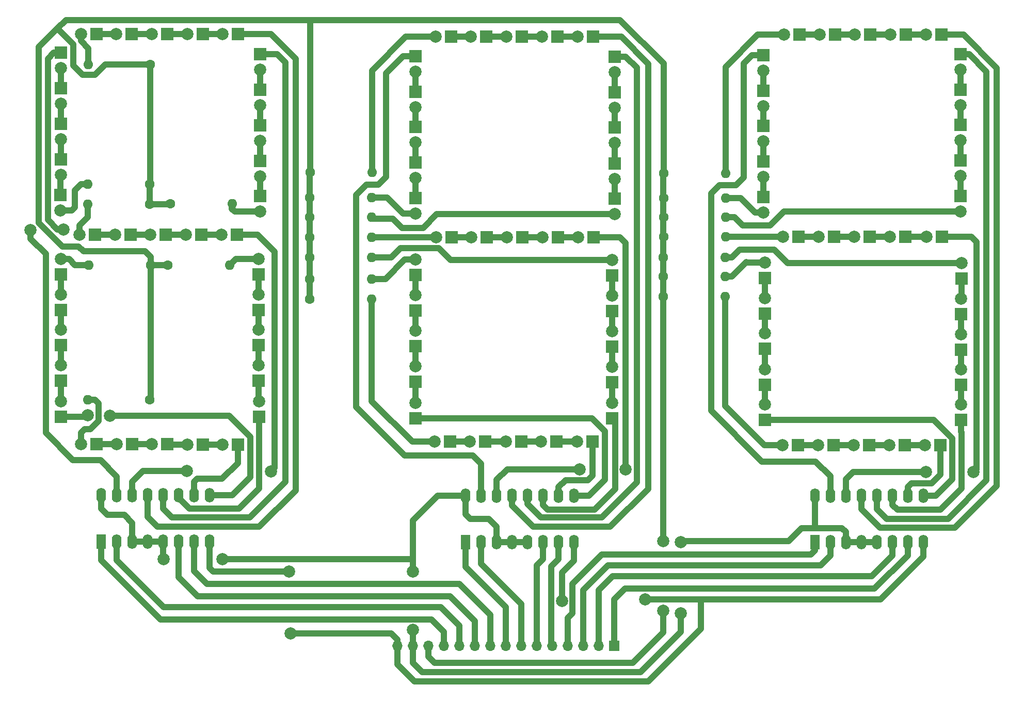
<source format=gbr>
%TF.GenerationSoftware,KiCad,Pcbnew,(5.1.6)-1*%
%TF.CreationDate,2021-04-12T17:18:31+02:00*%
%TF.ProjectId,_7SEG_Display_Board,5f375345-475f-4446-9973-706c61795f42,rev?*%
%TF.SameCoordinates,Original*%
%TF.FileFunction,Copper,L2,Bot*%
%TF.FilePolarity,Positive*%
%FSLAX46Y46*%
G04 Gerber Fmt 4.6, Leading zero omitted, Abs format (unit mm)*
G04 Created by KiCad (PCBNEW (5.1.6)-1) date 2021-04-12 17:18:31*
%MOMM*%
%LPD*%
G01*
G04 APERTURE LIST*
%TA.AperFunction,ComponentPad*%
%ADD10C,1.600000*%
%TD*%
%TA.AperFunction,ComponentPad*%
%ADD11O,1.600000X1.600000*%
%TD*%
%TA.AperFunction,ComponentPad*%
%ADD12C,2.000000*%
%TD*%
%TA.AperFunction,ComponentPad*%
%ADD13R,2.000000X2.000000*%
%TD*%
%TA.AperFunction,ComponentPad*%
%ADD14R,1.600000X2.400000*%
%TD*%
%TA.AperFunction,ComponentPad*%
%ADD15O,1.600000X2.400000*%
%TD*%
%TA.AperFunction,ComponentPad*%
%ADD16R,1.700000X1.700000*%
%TD*%
%TA.AperFunction,ComponentPad*%
%ADD17O,1.700000X1.700000*%
%TD*%
%TA.AperFunction,ViaPad*%
%ADD18C,2.000000*%
%TD*%
%TA.AperFunction,Conductor*%
%ADD19C,1.000000*%
%TD*%
G04 APERTURE END LIST*
D10*
%TO.P,R17,1*%
%TO.N,VDD*%
X85877400Y-75107800D03*
D11*
%TO.P,R17,2*%
%TO.N,Net-(D84-Pad2)*%
X75717400Y-75107800D03*
%TD*%
%TO.P,R18,2*%
%TO.N,Net-(D92-Pad2)*%
X75653900Y-107238800D03*
D10*
%TO.P,R18,1*%
%TO.N,VDD*%
X85813900Y-107238800D03*
%TD*%
%TO.P,R16,1*%
%TO.N,VDD*%
X85877400Y-71805800D03*
D11*
%TO.P,R16,2*%
%TO.N,Net-(D80-Pad2)*%
X75717400Y-71805800D03*
%TD*%
%TO.P,R20,2*%
%TO.N,Net-(D100-Pad2)*%
X98958400Y-85140800D03*
D10*
%TO.P,R20,1*%
%TO.N,VDD*%
X88798400Y-85140800D03*
%TD*%
%TO.P,R21,1*%
%TO.N,VDD*%
X89242900Y-75044300D03*
D11*
%TO.P,R21,2*%
%TO.N,Net-(D101-Pad2)*%
X99402900Y-75044300D03*
%TD*%
D10*
%TO.P,R15,1*%
%TO.N,VDD*%
X86004400Y-85077300D03*
D11*
%TO.P,R15,2*%
%TO.N,Net-(D71-Pad2)*%
X75844400Y-85077300D03*
%TD*%
%TO.P,R19,2*%
%TO.N,Net-(D94-Pad2)*%
X75780900Y-52184300D03*
D10*
%TO.P,R19,1*%
%TO.N,VDD*%
X85940900Y-52184300D03*
%TD*%
D12*
%TO.P,D1,2*%
%TO.N,Net-(D1-Pad2)*%
X186750400Y-107934800D03*
D13*
%TO.P,D1,1*%
%TO.N,/e_1*%
X186750400Y-110474800D03*
%TD*%
D12*
%TO.P,D2,2*%
%TO.N,Net-(D2-Pad2)*%
X218950400Y-107984800D03*
D13*
%TO.P,D2,1*%
%TO.N,/c_1*%
X218950400Y-110524800D03*
%TD*%
%TO.P,D3,1*%
%TO.N,/d_1*%
X215556400Y-114680800D03*
D12*
%TO.P,D3,2*%
%TO.N,Net-(D10-Pad1)*%
X213016400Y-114680800D03*
%TD*%
D13*
%TO.P,D4,1*%
%TO.N,/f_1*%
X186514400Y-50692800D03*
D12*
%TO.P,D4,2*%
%TO.N,Net-(D11-Pad1)*%
X186514400Y-53232800D03*
%TD*%
%TO.P,D5,2*%
%TO.N,Net-(D12-Pad1)*%
X218850400Y-53034800D03*
D13*
%TO.P,D5,1*%
%TO.N,/b_1*%
X218850400Y-50494800D03*
%TD*%
D12*
%TO.P,D6,2*%
%TO.N,Net-(D13-Pad1)*%
X213260400Y-80468800D03*
D13*
%TO.P,D6,1*%
%TO.N,/g_1*%
X215800400Y-80468800D03*
%TD*%
D12*
%TO.P,D7,2*%
%TO.N,Net-(D14-Pad1)*%
X213164400Y-47292800D03*
D13*
%TO.P,D7,1*%
%TO.N,/a_1*%
X215704400Y-47292800D03*
%TD*%
%TO.P,D8,1*%
%TO.N,Net-(D1-Pad2)*%
X186750400Y-104726800D03*
D12*
%TO.P,D8,2*%
%TO.N,Net-(D15-Pad1)*%
X186750400Y-102186800D03*
%TD*%
D13*
%TO.P,D9,1*%
%TO.N,Net-(D2-Pad2)*%
X218960400Y-104766800D03*
D12*
%TO.P,D9,2*%
%TO.N,Net-(D16-Pad1)*%
X218960400Y-102226800D03*
%TD*%
D13*
%TO.P,D10,1*%
%TO.N,Net-(D10-Pad1)*%
X209716400Y-114680800D03*
D12*
%TO.P,D10,2*%
%TO.N,Net-(D10-Pad2)*%
X207176400Y-114680800D03*
%TD*%
D13*
%TO.P,D11,1*%
%TO.N,Net-(D11-Pad1)*%
X186534400Y-56502800D03*
D12*
%TO.P,D11,2*%
%TO.N,Net-(D11-Pad2)*%
X186534400Y-59042800D03*
%TD*%
%TO.P,D12,2*%
%TO.N,Net-(D12-Pad2)*%
X218850400Y-58854800D03*
D13*
%TO.P,D12,1*%
%TO.N,Net-(D12-Pad1)*%
X218850400Y-56314800D03*
%TD*%
%TO.P,D13,1*%
%TO.N,Net-(D13-Pad1)*%
X209806400Y-80456800D03*
D12*
%TO.P,D13,2*%
%TO.N,Net-(D13-Pad2)*%
X207266400Y-80456800D03*
%TD*%
%TO.P,D14,2*%
%TO.N,Net-(D14-Pad2)*%
X207344400Y-47282800D03*
D13*
%TO.P,D14,1*%
%TO.N,Net-(D14-Pad1)*%
X209884400Y-47282800D03*
%TD*%
D12*
%TO.P,D15,2*%
%TO.N,Net-(D15-Pad2)*%
X186760400Y-96326800D03*
D13*
%TO.P,D15,1*%
%TO.N,Net-(D15-Pad1)*%
X186760400Y-98866800D03*
%TD*%
D12*
%TO.P,D16,2*%
%TO.N,Net-(D16-Pad2)*%
X218950400Y-96426800D03*
D13*
%TO.P,D16,1*%
%TO.N,Net-(D16-Pad1)*%
X218950400Y-98966800D03*
%TD*%
%TO.P,D17,1*%
%TO.N,Net-(D10-Pad2)*%
X203886400Y-114680800D03*
D12*
%TO.P,D17,2*%
%TO.N,Net-(D17-Pad2)*%
X201346400Y-114680800D03*
%TD*%
D13*
%TO.P,D18,1*%
%TO.N,Net-(D11-Pad2)*%
X186534400Y-62292800D03*
D12*
%TO.P,D18,2*%
%TO.N,Net-(D18-Pad2)*%
X186534400Y-64832800D03*
%TD*%
D13*
%TO.P,D19,1*%
%TO.N,Net-(D12-Pad2)*%
X218850400Y-62114800D03*
D12*
%TO.P,D19,2*%
%TO.N,Net-(D19-Pad2)*%
X218850400Y-64654800D03*
%TD*%
D13*
%TO.P,D20,1*%
%TO.N,Net-(D13-Pad2)*%
X203956400Y-80456800D03*
D12*
%TO.P,D20,2*%
%TO.N,Net-(D20-Pad2)*%
X201416400Y-80456800D03*
%TD*%
%TO.P,D21,2*%
%TO.N,Net-(D21-Pad2)*%
X201504400Y-47292800D03*
D13*
%TO.P,D21,1*%
%TO.N,Net-(D14-Pad2)*%
X204044400Y-47292800D03*
%TD*%
%TO.P,D22,1*%
%TO.N,Net-(D15-Pad2)*%
X186760400Y-93066800D03*
D12*
%TO.P,D22,2*%
%TO.N,Net-(D22-Pad2)*%
X186760400Y-90526800D03*
%TD*%
D13*
%TO.P,D23,1*%
%TO.N,Net-(D16-Pad2)*%
X218940400Y-93166800D03*
D12*
%TO.P,D23,2*%
%TO.N,Net-(D23-Pad2)*%
X218940400Y-90626800D03*
%TD*%
%TO.P,D24,2*%
%TO.N,Net-(D24-Pad2)*%
X195486400Y-114680800D03*
D13*
%TO.P,D24,1*%
%TO.N,Net-(D17-Pad2)*%
X198026400Y-114680800D03*
%TD*%
D12*
%TO.P,D25,2*%
%TO.N,Net-(D25-Pad2)*%
X186534400Y-70642800D03*
D13*
%TO.P,D25,1*%
%TO.N,Net-(D18-Pad2)*%
X186534400Y-68102800D03*
%TD*%
%TO.P,D26,1*%
%TO.N,Net-(D19-Pad2)*%
X218850400Y-67924800D03*
D12*
%TO.P,D26,2*%
%TO.N,Net-(D26-Pad2)*%
X218850400Y-70464800D03*
%TD*%
%TO.P,D27,2*%
%TO.N,Net-(D27-Pad2)*%
X195576400Y-80446800D03*
D13*
%TO.P,D27,1*%
%TO.N,Net-(D20-Pad2)*%
X198116400Y-80446800D03*
%TD*%
%TO.P,D28,1*%
%TO.N,Net-(D21-Pad2)*%
X198264400Y-47292800D03*
D12*
%TO.P,D28,2*%
%TO.N,Net-(D28-Pad2)*%
X195724400Y-47292800D03*
%TD*%
%TO.P,D29,2*%
%TO.N,Net-(D29-Pad2)*%
X186760400Y-84676800D03*
D13*
%TO.P,D29,1*%
%TO.N,Net-(D22-Pad2)*%
X186760400Y-87216800D03*
%TD*%
%TO.P,D30,1*%
%TO.N,Net-(D23-Pad2)*%
X218980400Y-87316800D03*
D12*
%TO.P,D30,2*%
%TO.N,Net-(D30-Pad2)*%
X218980400Y-84776800D03*
%TD*%
%TO.P,D31,2*%
%TO.N,Net-(D31-Pad2)*%
X189626400Y-114690800D03*
D13*
%TO.P,D31,1*%
%TO.N,Net-(D24-Pad2)*%
X192166400Y-114690800D03*
%TD*%
D12*
%TO.P,D32,2*%
%TO.N,Net-(D32-Pad2)*%
X186524400Y-76462800D03*
D13*
%TO.P,D32,1*%
%TO.N,Net-(D25-Pad2)*%
X186524400Y-73922800D03*
%TD*%
%TO.P,D33,1*%
%TO.N,Net-(D26-Pad2)*%
X218850400Y-73764800D03*
D12*
%TO.P,D33,2*%
%TO.N,Net-(D33-Pad2)*%
X218850400Y-76304800D03*
%TD*%
%TO.P,D34,2*%
%TO.N,Net-(D34-Pad2)*%
X189726400Y-80436800D03*
D13*
%TO.P,D34,1*%
%TO.N,Net-(D27-Pad2)*%
X192266400Y-80436800D03*
%TD*%
%TO.P,D35,1*%
%TO.N,Net-(D28-Pad2)*%
X192414400Y-47292800D03*
D12*
%TO.P,D35,2*%
%TO.N,Net-(D35-Pad2)*%
X189874400Y-47292800D03*
%TD*%
D10*
%TO.P,R1,1*%
%TO.N,VDD*%
X170070400Y-86984800D03*
D11*
%TO.P,R1,2*%
%TO.N,Net-(D29-Pad2)*%
X180230400Y-86984800D03*
%TD*%
%TO.P,R2,2*%
%TO.N,Net-(D30-Pad2)*%
X180244400Y-83802800D03*
D10*
%TO.P,R2,1*%
%TO.N,VDD*%
X170084400Y-83802800D03*
%TD*%
D11*
%TO.P,R3,2*%
%TO.N,Net-(D31-Pad2)*%
X180240400Y-90244800D03*
D10*
%TO.P,R3,1*%
%TO.N,VDD*%
X170080400Y-90244800D03*
%TD*%
%TO.P,R4,1*%
%TO.N,VDD*%
X170140400Y-74084800D03*
D11*
%TO.P,R4,2*%
%TO.N,Net-(D32-Pad2)*%
X180300400Y-74084800D03*
%TD*%
%TO.P,R5,2*%
%TO.N,Net-(D33-Pad2)*%
X180284400Y-77232800D03*
D10*
%TO.P,R5,1*%
%TO.N,VDD*%
X170124400Y-77232800D03*
%TD*%
%TO.P,R6,1*%
%TO.N,VDD*%
X170124400Y-80432800D03*
D11*
%TO.P,R6,2*%
%TO.N,Net-(D34-Pad2)*%
X180284400Y-80432800D03*
%TD*%
D10*
%TO.P,R7,1*%
%TO.N,VDD*%
X170140400Y-70074800D03*
D11*
%TO.P,R7,2*%
%TO.N,Net-(D35-Pad2)*%
X180300400Y-70074800D03*
%TD*%
D14*
%TO.P,U3,1*%
%TO.N,/B_D1*%
X194950400Y-130574800D03*
D15*
%TO.P,U3,9*%
%TO.N,/e_1*%
X212730400Y-122954800D03*
%TO.P,U3,2*%
%TO.N,/C_D1*%
X197490400Y-130574800D03*
%TO.P,U3,10*%
%TO.N,/d_1*%
X210190400Y-122954800D03*
%TO.P,U3,3*%
%TO.N,VCC*%
X200030400Y-130574800D03*
%TO.P,U3,11*%
%TO.N,/c_1*%
X207650400Y-122954800D03*
%TO.P,U3,4*%
%TO.N,VCC*%
X202570400Y-130574800D03*
%TO.P,U3,12*%
%TO.N,/b_1*%
X205110400Y-122954800D03*
%TO.P,U3,5*%
%TO.N,VCC*%
X205110400Y-130574800D03*
%TO.P,U3,13*%
%TO.N,/a_1*%
X202570400Y-122954800D03*
%TO.P,U3,6*%
%TO.N,/D_D1*%
X207650400Y-130574800D03*
%TO.P,U3,14*%
%TO.N,/g_1*%
X200030400Y-122954800D03*
%TO.P,U3,7*%
%TO.N,/A_D1*%
X210190400Y-130574800D03*
%TO.P,U3,15*%
%TO.N,/f_1*%
X197490400Y-122954800D03*
%TO.P,U3,8*%
%TO.N,GND*%
X212730400Y-130574800D03*
%TO.P,U3,16*%
%TO.N,VCC*%
X194950400Y-122954800D03*
%TD*%
D12*
%TO.P,D36,2*%
%TO.N,Net-(D36-Pad2)*%
X129428400Y-84184800D03*
D13*
%TO.P,D36,1*%
%TO.N,Net-(D36-Pad1)*%
X129428400Y-86724800D03*
%TD*%
%TO.P,D37,1*%
%TO.N,Net-(D37-Pad1)*%
X129428400Y-92544800D03*
D12*
%TO.P,D37,2*%
%TO.N,Net-(D36-Pad1)*%
X129428400Y-90004800D03*
%TD*%
D13*
%TO.P,D38,1*%
%TO.N,Net-(D38-Pad1)*%
X129418400Y-98414800D03*
D12*
%TO.P,D38,2*%
%TO.N,Net-(D37-Pad1)*%
X129418400Y-95874800D03*
%TD*%
%TO.P,D39,2*%
%TO.N,Net-(D38-Pad1)*%
X129398400Y-101694800D03*
D13*
%TO.P,D39,1*%
%TO.N,Net-(D39-Pad1)*%
X129398400Y-104234800D03*
%TD*%
%TO.P,D40,1*%
%TO.N,/e_2*%
X129398400Y-110216800D03*
D12*
%TO.P,D40,2*%
%TO.N,Net-(D39-Pad1)*%
X129398400Y-107676800D03*
%TD*%
D13*
%TO.P,D41,1*%
%TO.N,/f_2*%
X129444400Y-50784800D03*
D12*
%TO.P,D41,2*%
%TO.N,Net-(D41-Pad2)*%
X129444400Y-53324800D03*
%TD*%
%TO.P,D42,2*%
%TO.N,Net-(D42-Pad2)*%
X129444400Y-59164800D03*
D13*
%TO.P,D42,1*%
%TO.N,Net-(D41-Pad2)*%
X129444400Y-56624800D03*
%TD*%
D12*
%TO.P,D43,2*%
%TO.N,Net-(D43-Pad2)*%
X129444400Y-64994800D03*
D13*
%TO.P,D43,1*%
%TO.N,Net-(D42-Pad2)*%
X129444400Y-62454800D03*
%TD*%
%TO.P,D44,1*%
%TO.N,Net-(D43-Pad2)*%
X129444400Y-68294800D03*
D12*
%TO.P,D44,2*%
%TO.N,Net-(D44-Pad2)*%
X129444400Y-70834800D03*
%TD*%
D13*
%TO.P,D45,1*%
%TO.N,Net-(D44-Pad2)*%
X129454400Y-74094800D03*
D12*
%TO.P,D45,2*%
%TO.N,Net-(D45-Pad2)*%
X129454400Y-76634800D03*
%TD*%
%TO.P,D46,2*%
%TO.N,Net-(D46-Pad2)*%
X155902400Y-114054800D03*
D13*
%TO.P,D46,1*%
%TO.N,/d_2*%
X158442400Y-114054800D03*
%TD*%
D12*
%TO.P,D47,2*%
%TO.N,Net-(D47-Pad2)*%
X156014400Y-47612800D03*
D13*
%TO.P,D47,1*%
%TO.N,/a_2*%
X158554400Y-47612800D03*
%TD*%
D12*
%TO.P,D48,2*%
%TO.N,Net-(D48-Pad2)*%
X150002400Y-114064800D03*
D13*
%TO.P,D48,1*%
%TO.N,Net-(D46-Pad2)*%
X152542400Y-114064800D03*
%TD*%
%TO.P,D49,1*%
%TO.N,Net-(D49-Pad1)*%
X135388400Y-80498800D03*
D12*
%TO.P,D49,2*%
%TO.N,Net-(D49-Pad2)*%
X132848400Y-80498800D03*
%TD*%
%TO.P,D50,2*%
%TO.N,Net-(D50-Pad2)*%
X150194400Y-47612800D03*
D13*
%TO.P,D50,1*%
%TO.N,Net-(D47-Pad2)*%
X152734400Y-47612800D03*
%TD*%
%TO.P,D51,1*%
%TO.N,Net-(D51-Pad1)*%
X141138400Y-80498800D03*
D12*
%TO.P,D51,2*%
%TO.N,Net-(D49-Pad1)*%
X138598400Y-80498800D03*
%TD*%
%TO.P,D52,2*%
%TO.N,Net-(D52-Pad2)*%
X144222400Y-114064800D03*
D13*
%TO.P,D52,1*%
%TO.N,Net-(D48-Pad2)*%
X146762400Y-114064800D03*
%TD*%
%TO.P,D53,1*%
%TO.N,Net-(D50-Pad2)*%
X146904400Y-47622800D03*
D12*
%TO.P,D53,2*%
%TO.N,Net-(D53-Pad2)*%
X144364400Y-47622800D03*
%TD*%
%TO.P,D54,2*%
%TO.N,Net-(D51-Pad1)*%
X144458400Y-80498800D03*
D13*
%TO.P,D54,1*%
%TO.N,Net-(D54-Pad1)*%
X146998400Y-80498800D03*
%TD*%
%TO.P,D55,1*%
%TO.N,Net-(D52-Pad2)*%
X140902400Y-114064800D03*
D12*
%TO.P,D55,2*%
%TO.N,Net-(D55-Pad2)*%
X138362400Y-114064800D03*
%TD*%
D13*
%TO.P,D56,1*%
%TO.N,Net-(D53-Pad2)*%
X141074400Y-47622800D03*
D12*
%TO.P,D56,2*%
%TO.N,Net-(D56-Pad2)*%
X138534400Y-47622800D03*
%TD*%
D13*
%TO.P,D57,1*%
%TO.N,Net-(D55-Pad2)*%
X135092400Y-114064800D03*
D12*
%TO.P,D57,2*%
%TO.N,Net-(D57-Pad2)*%
X132552400Y-114064800D03*
%TD*%
%TO.P,D58,2*%
%TO.N,Net-(D54-Pad1)*%
X150298400Y-80518800D03*
D13*
%TO.P,D58,1*%
%TO.N,Net-(D58-Pad1)*%
X152838400Y-80518800D03*
%TD*%
%TO.P,D59,1*%
%TO.N,Net-(D56-Pad2)*%
X135264400Y-47622800D03*
D12*
%TO.P,D59,2*%
%TO.N,Net-(D59-Pad2)*%
X132724400Y-47622800D03*
%TD*%
%TO.P,D60,2*%
%TO.N,Net-(D58-Pad1)*%
X156088400Y-80528800D03*
D13*
%TO.P,D60,1*%
%TO.N,/g_2*%
X158628400Y-80528800D03*
%TD*%
%TO.P,D61,1*%
%TO.N,/c_2*%
X161726400Y-110216800D03*
D12*
%TO.P,D61,2*%
%TO.N,Net-(D61-Pad2)*%
X161726400Y-107676800D03*
%TD*%
D13*
%TO.P,D62,1*%
%TO.N,Net-(D61-Pad2)*%
X161726400Y-104346800D03*
D12*
%TO.P,D62,2*%
%TO.N,Net-(D62-Pad2)*%
X161726400Y-101806800D03*
%TD*%
D13*
%TO.P,D63,1*%
%TO.N,Net-(D62-Pad2)*%
X161726400Y-98486800D03*
D12*
%TO.P,D63,2*%
%TO.N,Net-(D63-Pad2)*%
X161726400Y-95946800D03*
%TD*%
%TO.P,D64,2*%
%TO.N,Net-(D64-Pad2)*%
X161726400Y-90096800D03*
D13*
%TO.P,D64,1*%
%TO.N,Net-(D63-Pad2)*%
X161726400Y-92636800D03*
%TD*%
D12*
%TO.P,D65,2*%
%TO.N,Net-(D65-Pad2)*%
X161716400Y-84276800D03*
D13*
%TO.P,D65,1*%
%TO.N,Net-(D64-Pad2)*%
X161716400Y-86816800D03*
%TD*%
D12*
%TO.P,D66,2*%
%TO.N,Net-(D66-Pad2)*%
X162154400Y-76734800D03*
D13*
%TO.P,D66,1*%
%TO.N,Net-(D66-Pad1)*%
X162154400Y-74194800D03*
%TD*%
D12*
%TO.P,D67,2*%
%TO.N,Net-(D66-Pad1)*%
X162154400Y-70954800D03*
D13*
%TO.P,D67,1*%
%TO.N,Net-(D67-Pad1)*%
X162154400Y-68414800D03*
%TD*%
D12*
%TO.P,D68,2*%
%TO.N,Net-(D67-Pad1)*%
X162154400Y-65074800D03*
D13*
%TO.P,D68,1*%
%TO.N,Net-(D68-Pad1)*%
X162154400Y-62534800D03*
%TD*%
%TO.P,D69,1*%
%TO.N,Net-(D69-Pad1)*%
X162154400Y-56744800D03*
D12*
%TO.P,D69,2*%
%TO.N,Net-(D68-Pad1)*%
X162154400Y-59284800D03*
%TD*%
D13*
%TO.P,D70,1*%
%TO.N,/b_2*%
X162144400Y-50864800D03*
D12*
%TO.P,D70,2*%
%TO.N,Net-(D69-Pad1)*%
X162144400Y-53404800D03*
%TD*%
D10*
%TO.P,R8,1*%
%TO.N,VDD*%
X112096400Y-87384800D03*
D11*
%TO.P,R8,2*%
%TO.N,Net-(D36-Pad2)*%
X122256400Y-87384800D03*
%TD*%
D10*
%TO.P,R9,1*%
%TO.N,VDD*%
X112104400Y-74014800D03*
D11*
%TO.P,R9,2*%
%TO.N,Net-(D45-Pad2)*%
X122264400Y-74014800D03*
%TD*%
D10*
%TO.P,R10,1*%
%TO.N,VDD*%
X112096400Y-80526800D03*
D11*
%TO.P,R10,2*%
%TO.N,Net-(D49-Pad2)*%
X122256400Y-80526800D03*
%TD*%
%TO.P,R11,2*%
%TO.N,Net-(D57-Pad2)*%
X122256400Y-90686800D03*
D10*
%TO.P,R11,1*%
%TO.N,VDD*%
X112096400Y-90686800D03*
%TD*%
%TO.P,R12,1*%
%TO.N,VDD*%
X112128400Y-69830800D03*
D11*
%TO.P,R12,2*%
%TO.N,Net-(D59-Pad2)*%
X122288400Y-69830800D03*
%TD*%
%TO.P,R13,2*%
%TO.N,Net-(D65-Pad2)*%
X122256400Y-83828800D03*
D10*
%TO.P,R13,1*%
%TO.N,VDD*%
X112096400Y-83828800D03*
%TD*%
D11*
%TO.P,R14,2*%
%TO.N,Net-(D66-Pad2)*%
X122256400Y-77224800D03*
D10*
%TO.P,R14,1*%
%TO.N,VDD*%
X112096400Y-77224800D03*
%TD*%
D14*
%TO.P,U1,1*%
%TO.N,/B_D2*%
X137654400Y-130570800D03*
D15*
%TO.P,U1,9*%
%TO.N,/e_2*%
X155434400Y-122950800D03*
%TO.P,U1,2*%
%TO.N,/C_D2*%
X140194400Y-130570800D03*
%TO.P,U1,10*%
%TO.N,/d_2*%
X152894400Y-122950800D03*
%TO.P,U1,3*%
%TO.N,VCC*%
X142734400Y-130570800D03*
%TO.P,U1,11*%
%TO.N,/c_2*%
X150354400Y-122950800D03*
%TO.P,U1,4*%
%TO.N,VCC*%
X145274400Y-130570800D03*
%TO.P,U1,12*%
%TO.N,/b_2*%
X147814400Y-122950800D03*
%TO.P,U1,5*%
%TO.N,VCC*%
X147814400Y-130570800D03*
%TO.P,U1,13*%
%TO.N,/a_2*%
X145274400Y-122950800D03*
%TO.P,U1,6*%
%TO.N,/D_D2*%
X150354400Y-130570800D03*
%TO.P,U1,14*%
%TO.N,/g_2*%
X142734400Y-122950800D03*
%TO.P,U1,7*%
%TO.N,/A_D2*%
X152894400Y-130570800D03*
%TO.P,U1,15*%
%TO.N,/f_2*%
X140194400Y-122950800D03*
%TO.P,U1,8*%
%TO.N,GND*%
X155434400Y-130570800D03*
%TO.P,U1,16*%
%TO.N,VCC*%
X137654400Y-122950800D03*
%TD*%
D12*
%TO.P,D71,2*%
%TO.N,Net-(D71-Pad2)*%
X71264400Y-84094800D03*
D13*
%TO.P,D71,1*%
%TO.N,Net-(D71-Pad1)*%
X71264400Y-86634800D03*
%TD*%
%TO.P,D72,1*%
%TO.N,Net-(D72-Pad1)*%
X71264400Y-92464800D03*
D12*
%TO.P,D72,2*%
%TO.N,Net-(D71-Pad1)*%
X71264400Y-89924800D03*
%TD*%
D13*
%TO.P,D73,1*%
%TO.N,Net-(D73-Pad1)*%
X71274400Y-98254800D03*
D12*
%TO.P,D73,2*%
%TO.N,Net-(D72-Pad1)*%
X71274400Y-95714800D03*
%TD*%
%TO.P,D74,2*%
%TO.N,Net-(D73-Pad1)*%
X71274400Y-101504800D03*
D13*
%TO.P,D74,1*%
%TO.N,Net-(D74-Pad1)*%
X71274400Y-104044800D03*
%TD*%
%TO.P,D75,1*%
%TO.N,/e_3*%
X71264400Y-109962800D03*
D12*
%TO.P,D75,2*%
%TO.N,Net-(D74-Pad1)*%
X71264400Y-107422800D03*
%TD*%
%TO.P,D76,2*%
%TO.N,Net-(D76-Pad2)*%
X71254400Y-52804800D03*
D13*
%TO.P,D76,1*%
%TO.N,/f_3*%
X71254400Y-50264800D03*
%TD*%
D12*
%TO.P,D77,2*%
%TO.N,Net-(D77-Pad2)*%
X71244400Y-58634800D03*
D13*
%TO.P,D77,1*%
%TO.N,Net-(D76-Pad2)*%
X71244400Y-56094800D03*
%TD*%
D12*
%TO.P,D78,2*%
%TO.N,Net-(D78-Pad2)*%
X71234400Y-64464800D03*
D13*
%TO.P,D78,1*%
%TO.N,Net-(D77-Pad2)*%
X71234400Y-61924800D03*
%TD*%
%TO.P,D79,1*%
%TO.N,Net-(D78-Pad2)*%
X71234400Y-67734800D03*
D12*
%TO.P,D79,2*%
%TO.N,Net-(D79-Pad2)*%
X71234400Y-70274800D03*
%TD*%
D13*
%TO.P,D80,1*%
%TO.N,Net-(D79-Pad2)*%
X71224400Y-73594800D03*
D12*
%TO.P,D80,2*%
%TO.N,Net-(D80-Pad2)*%
X71224400Y-76134800D03*
%TD*%
%TO.P,D81,2*%
%TO.N,Net-(D81-Pad2)*%
X97794400Y-114538800D03*
D13*
%TO.P,D81,1*%
%TO.N,/d_3*%
X100334400Y-114538800D03*
%TD*%
D12*
%TO.P,D82,2*%
%TO.N,Net-(D82-Pad2)*%
X97794400Y-47204800D03*
D13*
%TO.P,D82,1*%
%TO.N,/a_3*%
X100334400Y-47204800D03*
%TD*%
D12*
%TO.P,D83,2*%
%TO.N,Net-(D83-Pad2)*%
X92004400Y-114548800D03*
D13*
%TO.P,D83,1*%
%TO.N,Net-(D81-Pad2)*%
X94544400Y-114548800D03*
%TD*%
%TO.P,D84,1*%
%TO.N,Net-(D84-Pad1)*%
X76874400Y-80104800D03*
D12*
%TO.P,D84,2*%
%TO.N,Net-(D84-Pad2)*%
X74334400Y-80104800D03*
%TD*%
%TO.P,D85,2*%
%TO.N,Net-(D85-Pad2)*%
X91984400Y-47194800D03*
D13*
%TO.P,D85,1*%
%TO.N,Net-(D82-Pad2)*%
X94524400Y-47194800D03*
%TD*%
%TO.P,D86,1*%
%TO.N,Net-(D86-Pad1)*%
X82684400Y-80104800D03*
D12*
%TO.P,D86,2*%
%TO.N,Net-(D84-Pad1)*%
X80144400Y-80104800D03*
%TD*%
%TO.P,D87,2*%
%TO.N,Net-(D87-Pad2)*%
X86214400Y-114528800D03*
D13*
%TO.P,D87,1*%
%TO.N,Net-(D83-Pad2)*%
X88754400Y-114528800D03*
%TD*%
%TO.P,D88,1*%
%TO.N,Net-(D85-Pad2)*%
X88674400Y-47184800D03*
D12*
%TO.P,D88,2*%
%TO.N,Net-(D88-Pad2)*%
X86134400Y-47184800D03*
%TD*%
%TO.P,D89,2*%
%TO.N,Net-(D86-Pad1)*%
X85944400Y-80104800D03*
D13*
%TO.P,D89,1*%
%TO.N,Net-(D89-Pad1)*%
X88484400Y-80104800D03*
%TD*%
%TO.P,D90,1*%
%TO.N,Net-(D87-Pad2)*%
X82934400Y-114518800D03*
D12*
%TO.P,D90,2*%
%TO.N,Net-(D90-Pad2)*%
X80394400Y-114518800D03*
%TD*%
D13*
%TO.P,D91,1*%
%TO.N,Net-(D88-Pad2)*%
X82874400Y-47184800D03*
D12*
%TO.P,D91,2*%
%TO.N,Net-(D91-Pad2)*%
X80334400Y-47184800D03*
%TD*%
D13*
%TO.P,D92,1*%
%TO.N,Net-(D90-Pad2)*%
X77124400Y-114508800D03*
D12*
%TO.P,D92,2*%
%TO.N,Net-(D92-Pad2)*%
X74584400Y-114508800D03*
%TD*%
%TO.P,D93,2*%
%TO.N,Net-(D89-Pad1)*%
X91794400Y-80104800D03*
D13*
%TO.P,D93,1*%
%TO.N,Net-(D93-Pad1)*%
X94334400Y-80104800D03*
%TD*%
%TO.P,D94,1*%
%TO.N,Net-(D91-Pad2)*%
X77074400Y-47184800D03*
D12*
%TO.P,D94,2*%
%TO.N,Net-(D94-Pad2)*%
X74534400Y-47184800D03*
%TD*%
%TO.P,D95,2*%
%TO.N,Net-(D93-Pad1)*%
X97584400Y-80094800D03*
D13*
%TO.P,D95,1*%
%TO.N,/g_3*%
X100124400Y-80094800D03*
%TD*%
%TO.P,D96,1*%
%TO.N,/c_3*%
X103746400Y-109962800D03*
D12*
%TO.P,D96,2*%
%TO.N,Net-(D96-Pad2)*%
X103746400Y-107422800D03*
%TD*%
D13*
%TO.P,D97,1*%
%TO.N,Net-(D96-Pad2)*%
X103714400Y-104084800D03*
D12*
%TO.P,D97,2*%
%TO.N,Net-(D97-Pad2)*%
X103714400Y-101544800D03*
%TD*%
D13*
%TO.P,D98,1*%
%TO.N,Net-(D97-Pad2)*%
X103724400Y-98264800D03*
D12*
%TO.P,D98,2*%
%TO.N,Net-(D98-Pad2)*%
X103724400Y-95724800D03*
%TD*%
%TO.P,D99,2*%
%TO.N,Net-(D100-Pad1)*%
X103724400Y-89924800D03*
D13*
%TO.P,D99,1*%
%TO.N,Net-(D98-Pad2)*%
X103724400Y-92464800D03*
%TD*%
D12*
%TO.P,D100,2*%
%TO.N,Net-(D100-Pad2)*%
X103724400Y-84134800D03*
D13*
%TO.P,D100,1*%
%TO.N,Net-(D100-Pad1)*%
X103724400Y-86674800D03*
%TD*%
D12*
%TO.P,D101,2*%
%TO.N,Net-(D101-Pad2)*%
X103958400Y-76322800D03*
D13*
%TO.P,D101,1*%
%TO.N,Net-(D101-Pad1)*%
X103958400Y-73782800D03*
%TD*%
D12*
%TO.P,D102,2*%
%TO.N,Net-(D101-Pad1)*%
X103958400Y-70552800D03*
D13*
%TO.P,D102,1*%
%TO.N,Net-(D102-Pad1)*%
X103958400Y-68012800D03*
%TD*%
%TO.P,D103,1*%
%TO.N,Net-(D103-Pad1)*%
X103958400Y-62142800D03*
D12*
%TO.P,D103,2*%
%TO.N,Net-(D102-Pad1)*%
X103958400Y-64682800D03*
%TD*%
D13*
%TO.P,D104,1*%
%TO.N,Net-(D104-Pad1)*%
X103948400Y-56292800D03*
D12*
%TO.P,D104,2*%
%TO.N,Net-(D103-Pad1)*%
X103948400Y-58832800D03*
%TD*%
D13*
%TO.P,D105,1*%
%TO.N,/b_3*%
X103958400Y-50492800D03*
D12*
%TO.P,D105,2*%
%TO.N,Net-(D104-Pad1)*%
X103958400Y-53032800D03*
%TD*%
D16*
%TO.P,J1,1*%
%TO.N,/A_D1*%
X162052000Y-147574000D03*
D17*
%TO.P,J1,2*%
%TO.N,/D_D1*%
X159512000Y-147574000D03*
%TO.P,J1,3*%
%TO.N,/C_D1*%
X156972000Y-147574000D03*
%TO.P,J1,4*%
%TO.N,/B_D1*%
X154432000Y-147574000D03*
%TO.P,J1,5*%
%TO.N,/A_D2*%
X151892000Y-147574000D03*
%TO.P,J1,6*%
%TO.N,/D_D2*%
X149352000Y-147574000D03*
%TO.P,J1,7*%
%TO.N,/C_D2*%
X146812000Y-147574000D03*
%TO.P,J1,8*%
%TO.N,/B_D2*%
X144272000Y-147574000D03*
%TO.P,J1,9*%
%TO.N,/A_D3*%
X141732000Y-147574000D03*
%TO.P,J1,10*%
%TO.N,/D_D3*%
X139192000Y-147574000D03*
%TO.P,J1,11*%
%TO.N,/C_D3*%
X136652000Y-147574000D03*
%TO.P,J1,12*%
%TO.N,/B_D3*%
X134112000Y-147574000D03*
%TO.P,J1,13*%
%TO.N,VDD*%
X131572000Y-147574000D03*
%TO.P,J1,14*%
%TO.N,VCC*%
X129032000Y-147574000D03*
%TO.P,J1,15*%
%TO.N,GND*%
X126492000Y-147574000D03*
%TD*%
D14*
%TO.P,U2,1*%
%TO.N,/B_D3*%
X77878400Y-130492800D03*
D15*
%TO.P,U2,9*%
%TO.N,/e_3*%
X95658400Y-122872800D03*
%TO.P,U2,2*%
%TO.N,/C_D3*%
X80418400Y-130492800D03*
%TO.P,U2,10*%
%TO.N,/d_3*%
X93118400Y-122872800D03*
%TO.P,U2,3*%
%TO.N,VCC*%
X82958400Y-130492800D03*
%TO.P,U2,11*%
%TO.N,/c_3*%
X90578400Y-122872800D03*
%TO.P,U2,4*%
%TO.N,VCC*%
X85498400Y-130492800D03*
%TO.P,U2,12*%
%TO.N,/b_3*%
X88038400Y-122872800D03*
%TO.P,U2,5*%
%TO.N,VCC*%
X88038400Y-130492800D03*
%TO.P,U2,13*%
%TO.N,/a_3*%
X85498400Y-122872800D03*
%TO.P,U2,6*%
%TO.N,/D_D3*%
X90578400Y-130492800D03*
%TO.P,U2,14*%
%TO.N,/g_3*%
X82958400Y-122872800D03*
%TO.P,U2,7*%
%TO.N,/A_D3*%
X93118400Y-130492800D03*
%TO.P,U2,15*%
%TO.N,/f_3*%
X80418400Y-122872800D03*
%TO.P,U2,8*%
%TO.N,GND*%
X95658400Y-130492800D03*
%TO.P,U2,16*%
%TO.N,VCC*%
X77878400Y-122872800D03*
%TD*%
D18*
%TO.N,/g_1*%
X213200400Y-119074800D03*
X221000400Y-119074800D03*
%TO.N,VCC*%
X172970400Y-130564800D03*
X129032000Y-144956000D03*
X97790000Y-133350000D03*
X88138002Y-133350000D03*
X129032000Y-135382000D03*
X172970400Y-142243600D03*
%TO.N,GND*%
X108966000Y-145542004D03*
X108711998Y-135382000D03*
X167132000Y-139954000D03*
X153493990Y-140208000D03*
%TO.N,/g_2*%
X163866410Y-118598800D03*
X156324400Y-118598806D03*
%TO.N,/e_3*%
X79350865Y-109829027D03*
X75692002Y-109778800D03*
%TO.N,/f_3*%
X71678800Y-79248000D03*
X66282829Y-79338429D03*
%TO.N,/g_3*%
X105730400Y-118994800D03*
X91940400Y-118914800D03*
%TO.N,VDD*%
X170060400Y-130434800D03*
X170060400Y-141851600D03*
%TD*%
D19*
%TO.N,Net-(D1-Pad2)*%
X186750400Y-108046800D02*
X186750400Y-104726800D01*
%TO.N,/e_1*%
X214410402Y-110474800D02*
X186750400Y-110474800D01*
X217500400Y-113564798D02*
X214410402Y-110474800D01*
X217500400Y-120218000D02*
X217500400Y-113564798D01*
X212730400Y-122954800D02*
X214763600Y-122954800D01*
X214763600Y-122954800D02*
X217500400Y-120218000D01*
%TO.N,Net-(D2-Pad2)*%
X218960400Y-104766800D02*
X218960400Y-108026800D01*
%TO.N,/c_1*%
X218950400Y-112427730D02*
X218950400Y-110524800D01*
X219050410Y-112527740D02*
X218950400Y-112427730D01*
X207650400Y-124440000D02*
X208483200Y-125272800D01*
X219050410Y-121766790D02*
X219050410Y-112527740D01*
X208483200Y-125272800D02*
X215544400Y-125272800D01*
X207650400Y-122954800D02*
X207650400Y-124440000D01*
X215544400Y-125272800D02*
X219050410Y-121766790D01*
%TO.N,/d_1*%
X210190400Y-121533600D02*
X210190400Y-122954800D01*
X210820000Y-120904000D02*
X210190400Y-121533600D01*
X215556400Y-116580800D02*
X215550400Y-116586800D01*
X215550400Y-116586800D02*
X215550400Y-119474800D01*
X215556400Y-114680800D02*
X215556400Y-116580800D01*
X215550400Y-119474800D02*
X214121200Y-120904000D01*
X214121200Y-120904000D02*
X210820000Y-120904000D01*
%TO.N,Net-(D10-Pad1)*%
X213016400Y-114680800D02*
X209716400Y-114680800D01*
%TO.N,/f_1*%
X184614400Y-50692800D02*
X186514400Y-50692800D01*
X183270400Y-70754800D02*
X183270400Y-52036800D01*
X179282000Y-71974800D02*
X182050400Y-71974800D01*
X177930400Y-73326400D02*
X179282000Y-71974800D01*
X197490400Y-119766400D02*
X195072000Y-117348000D01*
X182050400Y-71974800D02*
X183270400Y-70754800D01*
X197490400Y-122954800D02*
X197490400Y-119766400D01*
X183270400Y-52036800D02*
X184614400Y-50692800D01*
X195072000Y-117348000D02*
X186283600Y-117348000D01*
X186283600Y-117348000D02*
X177930400Y-108994800D01*
X177930400Y-108994800D02*
X177930400Y-73326400D01*
%TO.N,Net-(D11-Pad1)*%
X186514400Y-56482800D02*
X186534400Y-56502800D01*
X186514400Y-53232800D02*
X186514400Y-56482800D01*
%TO.N,Net-(D12-Pad1)*%
X218850400Y-53034800D02*
X218850400Y-56314800D01*
%TO.N,/b_1*%
X220268400Y-50494800D02*
X218850400Y-50494800D01*
X223113600Y-53340000D02*
X220268400Y-50494800D01*
X205110400Y-125154800D02*
X206701600Y-126746000D01*
X206701600Y-126746000D02*
X216814400Y-126746000D01*
X205110400Y-122954800D02*
X205110400Y-125154800D01*
X223113600Y-120446800D02*
X223113600Y-53340000D01*
X216814400Y-126746000D02*
X223113600Y-120446800D01*
%TO.N,Net-(D13-Pad1)*%
X209818400Y-80468800D02*
X209806400Y-80456800D01*
X213260400Y-80468800D02*
X209818400Y-80468800D01*
%TO.N,/g_1*%
X200030400Y-120754800D02*
X200050400Y-120734800D01*
X200030400Y-122954800D02*
X200030400Y-120754800D01*
X200050400Y-120734800D02*
X200050400Y-120274800D01*
X201250400Y-119074800D02*
X213200400Y-119074800D01*
X200050400Y-120274800D02*
X201250400Y-119074800D01*
X221437200Y-118638000D02*
X221000400Y-119074800D01*
X217700400Y-80468800D02*
X217744400Y-80424800D01*
X215800400Y-80468800D02*
X217700400Y-80468800D01*
X220600400Y-80424800D02*
X221437200Y-81261600D01*
X217744400Y-80424800D02*
X220600400Y-80424800D01*
X221437200Y-81261600D02*
X221437200Y-118638000D01*
%TO.N,Net-(D14-Pad1)*%
X213154400Y-47282800D02*
X213164400Y-47292800D01*
X209884400Y-47282800D02*
X213154400Y-47282800D01*
%TO.N,/a_1*%
X202570400Y-125154800D02*
X202570400Y-122954800D01*
X205640400Y-128224800D02*
X202570400Y-125154800D01*
X219352400Y-47292800D02*
X224800400Y-52740800D01*
X215704400Y-47292800D02*
X219352400Y-47292800D01*
X224800400Y-52740800D02*
X224800400Y-121350800D01*
X224800400Y-121350800D02*
X217926400Y-128224800D01*
X217926400Y-128224800D02*
X205640400Y-128224800D01*
%TO.N,Net-(D15-Pad1)*%
X186750400Y-98876800D02*
X186760400Y-98866800D01*
X186750400Y-102186800D02*
X186750400Y-98876800D01*
%TO.N,Net-(D16-Pad1)*%
X218960400Y-98976800D02*
X218950400Y-98966800D01*
X218960400Y-102226800D02*
X218960400Y-98976800D01*
%TO.N,Net-(D10-Pad2)*%
X207176400Y-114680800D02*
X203886400Y-114680800D01*
%TO.N,Net-(D11-Pad2)*%
X186534400Y-59042800D02*
X186534400Y-62292800D01*
%TO.N,Net-(D12-Pad2)*%
X218850400Y-62114800D02*
X218850400Y-58854800D01*
%TO.N,Net-(D13-Pad2)*%
X207266400Y-80456800D02*
X203956400Y-80456800D01*
%TO.N,Net-(D14-Pad2)*%
X207334400Y-47292800D02*
X207344400Y-47282800D01*
X204044400Y-47292800D02*
X207334400Y-47292800D01*
%TO.N,Net-(D15-Pad2)*%
X186760400Y-96326800D02*
X186760400Y-93066800D01*
%TO.N,Net-(D16-Pad2)*%
X218940400Y-96416800D02*
X218950400Y-96426800D01*
X218940400Y-93166800D02*
X218940400Y-96416800D01*
%TO.N,Net-(D17-Pad2)*%
X201346400Y-114680800D02*
X198026400Y-114680800D01*
%TO.N,Net-(D18-Pad2)*%
X186534400Y-64832800D02*
X186534400Y-68102800D01*
%TO.N,Net-(D19-Pad2)*%
X218850400Y-64654800D02*
X218850400Y-67924800D01*
%TO.N,Net-(D20-Pad2)*%
X198126400Y-80456800D02*
X198116400Y-80446800D01*
X201416400Y-80456800D02*
X198126400Y-80456800D01*
%TO.N,Net-(D21-Pad2)*%
X198264400Y-47292800D02*
X201504400Y-47292800D01*
%TO.N,Net-(D22-Pad2)*%
X186760400Y-90526800D02*
X186760400Y-87216800D01*
%TO.N,Net-(D23-Pad2)*%
X218980400Y-90586800D02*
X218940400Y-90626800D01*
X218980400Y-87316800D02*
X218980400Y-90586800D01*
%TO.N,Net-(D24-Pad2)*%
X192176400Y-114680800D02*
X192166400Y-114690800D01*
X195486400Y-114680800D02*
X192176400Y-114680800D01*
%TO.N,Net-(D25-Pad2)*%
X186534400Y-73912800D02*
X186524400Y-73922800D01*
X186534400Y-70642800D02*
X186534400Y-73912800D01*
%TO.N,Net-(D26-Pad2)*%
X218850400Y-70464800D02*
X218850400Y-73764800D01*
%TO.N,Net-(D27-Pad2)*%
X192276400Y-80446800D02*
X192266400Y-80436800D01*
X195576400Y-80446800D02*
X192276400Y-80446800D01*
%TO.N,Net-(D28-Pad2)*%
X192414400Y-47292800D02*
X195724400Y-47292800D01*
%TO.N,Net-(D29-Pad2)*%
X181361770Y-86984800D02*
X183721770Y-84624800D01*
X180230400Y-86984800D02*
X181361770Y-86984800D01*
X183773770Y-84676800D02*
X186760400Y-84676800D01*
X183721770Y-84624800D02*
X183773770Y-84676800D01*
%TO.N,Net-(D30-Pad2)*%
X190452400Y-84776800D02*
X218980400Y-84776800D01*
X188250400Y-82574800D02*
X190452400Y-84776800D01*
X182603770Y-82574800D02*
X188250400Y-82574800D01*
X181375770Y-83802800D02*
X182603770Y-82574800D01*
X180244400Y-83802800D02*
X181375770Y-83802800D01*
%TO.N,Net-(D31-Pad2)*%
X186674400Y-114690800D02*
X189626400Y-114690800D01*
X180240400Y-90244800D02*
X180240400Y-108256800D01*
X180240400Y-108256800D02*
X186674400Y-114690800D01*
%TO.N,Net-(D32-Pad2)*%
X181431770Y-74084800D02*
X181441770Y-74074800D01*
X180300400Y-74084800D02*
X181431770Y-74084800D01*
X181441770Y-74074800D02*
X182750400Y-74074800D01*
X185138400Y-76462800D02*
X186524400Y-76462800D01*
X182750400Y-74074800D02*
X185138400Y-76462800D01*
%TO.N,Net-(D33-Pad2)*%
X189870400Y-76304800D02*
X218850400Y-76304800D01*
X187600400Y-78574800D02*
X189870400Y-76304800D01*
X180284400Y-77232800D02*
X181758400Y-77232800D01*
X183100400Y-78574800D02*
X187600400Y-78574800D01*
X181758400Y-77232800D02*
X183100400Y-78574800D01*
%TO.N,Net-(D34-Pad2)*%
X180288400Y-80436800D02*
X180284400Y-80432800D01*
X189722400Y-80432800D02*
X189726400Y-80436800D01*
X180284400Y-80432800D02*
X189722400Y-80432800D01*
%TO.N,Net-(D35-Pad2)*%
X185574400Y-47292800D02*
X189874400Y-47292800D01*
X180300400Y-70074800D02*
X180300400Y-52566800D01*
X180300400Y-52566800D02*
X185574400Y-47292800D01*
%TO.N,VCC*%
X147814400Y-130570800D02*
X142734400Y-130570800D01*
X88038400Y-130492800D02*
X85498400Y-130492800D01*
X85498400Y-130492800D02*
X82958400Y-130492800D01*
X200030400Y-130574800D02*
X205110400Y-130574800D01*
X194950400Y-122954800D02*
X194950400Y-128086800D01*
X77878400Y-125072800D02*
X77878400Y-122872800D01*
X81662800Y-126112800D02*
X78918400Y-126112800D01*
X82958400Y-130492800D02*
X82958400Y-127408400D01*
X78918400Y-126112800D02*
X77878400Y-125072800D01*
X82958400Y-127408400D02*
X81662800Y-126112800D01*
X129032000Y-147574000D02*
X129032000Y-144956000D01*
X88038400Y-133250398D02*
X88138002Y-133350000D01*
X88038400Y-130492800D02*
X88038400Y-133250398D01*
X97790000Y-133350000D02*
X129032000Y-133350000D01*
X129032000Y-133350000D02*
X129032000Y-135382000D01*
X172970400Y-145291600D02*
X172970400Y-142243600D01*
X130556000Y-151892000D02*
X166370000Y-151892000D01*
X129032000Y-147574000D02*
X129032000Y-150368000D01*
X166370000Y-151892000D02*
X172970400Y-145291600D01*
X129032000Y-150368000D02*
X130556000Y-151892000D01*
X129032000Y-133350000D02*
X129032000Y-127000000D01*
X133081200Y-122950800D02*
X137654400Y-122950800D01*
X129032000Y-127000000D02*
X133081200Y-122950800D01*
X138430000Y-126746000D02*
X137654400Y-125970400D01*
X141478000Y-126746000D02*
X138430000Y-126746000D01*
X142734400Y-130570800D02*
X142734400Y-128002400D01*
X137654400Y-125970400D02*
X137654400Y-122950800D01*
X142734400Y-128002400D02*
X141478000Y-126746000D01*
X200030400Y-128910400D02*
X200030400Y-130574800D01*
X173140400Y-130394800D02*
X190670400Y-130394800D01*
X172970400Y-130564800D02*
X173140400Y-130394800D01*
X199394800Y-128274800D02*
X200030400Y-128910400D01*
X190670400Y-130394800D02*
X192790400Y-128274800D01*
X192790400Y-128274800D02*
X199394800Y-128274800D01*
%TO.N,/B_D1*%
X155194000Y-142240000D02*
X154432000Y-143002000D01*
X194950400Y-131947600D02*
X194283200Y-132614800D01*
X159993200Y-132614800D02*
X155194000Y-137414000D01*
X155194000Y-137414000D02*
X155194000Y-142240000D01*
X154432000Y-143002000D02*
X154432000Y-147574000D01*
X194950400Y-130574800D02*
X194950400Y-131947600D01*
X194283200Y-132614800D02*
X159993200Y-132614800D01*
%TO.N,/C_D1*%
X197490400Y-132774800D02*
X197490400Y-130574800D01*
X195899200Y-134366000D02*
X197490400Y-132774800D01*
X161036000Y-134366000D02*
X195899200Y-134366000D01*
X156972000Y-147574000D02*
X156972000Y-138430000D01*
X156972000Y-138430000D02*
X161036000Y-134366000D01*
%TO.N,/D_D1*%
X159512000Y-138430000D02*
X159512000Y-147574000D01*
X161798000Y-136144000D02*
X159512000Y-138430000D01*
X204281200Y-136144000D02*
X161798000Y-136144000D01*
X207650400Y-130574800D02*
X207650400Y-132774800D01*
X207650400Y-132774800D02*
X204281200Y-136144000D01*
%TO.N,/A_D1*%
X162052000Y-139954000D02*
X162052000Y-147574000D01*
X204740400Y-138224800D02*
X163781200Y-138224800D01*
X163781200Y-138224800D02*
X162052000Y-139954000D01*
X210190400Y-130574800D02*
X210190400Y-132774800D01*
X210190400Y-132774800D02*
X204740400Y-138224800D01*
%TO.N,GND*%
X96266000Y-135382000D02*
X108711998Y-135382000D01*
X95658400Y-134774400D02*
X96266000Y-135382000D01*
X95658400Y-130492800D02*
X95658400Y-134774400D01*
X173966004Y-139954000D02*
X167132000Y-139954000D01*
X212730400Y-130574800D02*
X212730400Y-132912800D01*
X212730400Y-132912800D02*
X205689200Y-139954000D01*
X205689200Y-139954000D02*
X176276000Y-139954000D01*
X176276000Y-139954000D02*
X173966004Y-139954000D01*
X176276000Y-144780000D02*
X176276000Y-139954000D01*
X167640000Y-153416000D02*
X176276000Y-144780000D01*
X126492000Y-147574000D02*
X126492000Y-150622000D01*
X129286000Y-153416000D02*
X167640000Y-153416000D01*
X126492000Y-150622000D02*
X129286000Y-153416000D01*
X153493990Y-135558010D02*
X153493990Y-140208000D01*
X155434400Y-130570800D02*
X155434400Y-133617600D01*
X155434400Y-133617600D02*
X153493990Y-135558010D01*
X108966004Y-145542000D02*
X108966000Y-145542004D01*
X125476000Y-145542000D02*
X108966004Y-145542000D01*
X126492000Y-147574000D02*
X126492000Y-146558000D01*
X126492000Y-146558000D02*
X125476000Y-145542000D01*
%TO.N,Net-(D36-Pad2)*%
X124498800Y-87384800D02*
X122256400Y-87384800D01*
X129428400Y-84184800D02*
X127698800Y-84184800D01*
X127698800Y-84184800D02*
X124498800Y-87384800D01*
%TO.N,Net-(D36-Pad1)*%
X129428400Y-90004800D02*
X129428400Y-86724800D01*
%TO.N,Net-(D37-Pad1)*%
X129418400Y-92554800D02*
X129428400Y-92544800D01*
X129418400Y-95874800D02*
X129418400Y-92554800D01*
%TO.N,Net-(D38-Pad1)*%
X129398400Y-98434800D02*
X129418400Y-98414800D01*
X129398400Y-101694800D02*
X129398400Y-98434800D01*
%TO.N,Net-(D39-Pad1)*%
X129398400Y-107474800D02*
X129398400Y-104234800D01*
%TO.N,/f_2*%
X140194400Y-117740800D02*
X140194400Y-122950800D01*
X127660400Y-116382800D02*
X138836400Y-116382800D01*
X119690400Y-108412800D02*
X127660400Y-116382800D01*
X119690400Y-73603600D02*
X119690400Y-108412800D01*
X121431200Y-71862800D02*
X119690400Y-73603600D01*
X138836400Y-116382800D02*
X140194400Y-117740800D01*
X129444400Y-50784800D02*
X127444400Y-50784800D01*
X127444400Y-50784800D02*
X124574400Y-53654800D01*
X123362400Y-71862800D02*
X121431200Y-71862800D01*
X124574400Y-53654800D02*
X124574400Y-70650800D01*
X124574400Y-70650800D02*
X123362400Y-71862800D01*
%TO.N,Net-(D41-Pad2)*%
X129444400Y-53324800D02*
X129444400Y-56624800D01*
%TO.N,Net-(D42-Pad2)*%
X129444400Y-59164800D02*
X129444400Y-62454800D01*
%TO.N,Net-(D43-Pad2)*%
X129444400Y-64994800D02*
X129444400Y-68294800D01*
%TO.N,Net-(D44-Pad2)*%
X129444400Y-74084800D02*
X129454400Y-74094800D01*
X129444400Y-70834800D02*
X129444400Y-74084800D01*
%TO.N,Net-(D45-Pad2)*%
X124814800Y-74014800D02*
X122264400Y-74014800D01*
X129454400Y-76634800D02*
X127434800Y-76634800D01*
X127434800Y-76634800D02*
X124814800Y-74014800D01*
%TO.N,Net-(D46-Pad2)*%
X155892400Y-114064800D02*
X155902400Y-114054800D01*
X152542400Y-114064800D02*
X155892400Y-114064800D01*
%TO.N,/d_2*%
X158442400Y-119636800D02*
X158442400Y-114054800D01*
X154076400Y-120376800D02*
X157702400Y-120376800D01*
X157702400Y-120376800D02*
X158442400Y-119636800D01*
X152894400Y-122950800D02*
X152894400Y-121558800D01*
X152894400Y-121558800D02*
X154076400Y-120376800D01*
%TO.N,Net-(D47-Pad2)*%
X152734400Y-47612800D02*
X156014400Y-47612800D01*
%TO.N,/a_2*%
X163182800Y-47612800D02*
X158554400Y-47612800D01*
X167620400Y-52050400D02*
X163182800Y-47612800D01*
X145274400Y-124598800D02*
X148740400Y-128064800D01*
X145274400Y-122950800D02*
X145274400Y-124598800D01*
X148740400Y-128064800D02*
X161393600Y-128064800D01*
X167620400Y-121838000D02*
X167620400Y-52050400D01*
X161393600Y-128064800D02*
X167620400Y-121838000D01*
%TO.N,Net-(D48-Pad2)*%
X146762400Y-114064800D02*
X150002400Y-114064800D01*
%TO.N,Net-(D49-Pad1)*%
X135388400Y-80498800D02*
X138598400Y-80498800D01*
%TO.N,Net-(D49-Pad2)*%
X122284400Y-80498800D02*
X122256400Y-80526800D01*
X132848400Y-80498800D02*
X122284400Y-80498800D01*
%TO.N,Net-(D50-Pad2)*%
X150184400Y-47622800D02*
X150194400Y-47612800D01*
X146904400Y-47622800D02*
X150184400Y-47622800D01*
%TO.N,Net-(D51-Pad1)*%
X141138400Y-80498800D02*
X144458400Y-80498800D01*
%TO.N,Net-(D52-Pad2)*%
X140902400Y-114064800D02*
X144222400Y-114064800D01*
%TO.N,Net-(D53-Pad2)*%
X141074400Y-47622800D02*
X144364400Y-47622800D01*
%TO.N,Net-(D54-Pad1)*%
X150278400Y-80498800D02*
X150298400Y-80518800D01*
X146998400Y-80498800D02*
X150278400Y-80498800D01*
%TO.N,Net-(D55-Pad2)*%
X135092400Y-114064800D02*
X138362400Y-114064800D01*
%TO.N,Net-(D56-Pad2)*%
X135264400Y-47622800D02*
X138534400Y-47622800D01*
%TO.N,Net-(D57-Pad2)*%
X132552400Y-114064800D02*
X128898400Y-114064800D01*
X122256400Y-107422800D02*
X122256400Y-90686800D01*
X128898400Y-114064800D02*
X122256400Y-107422800D01*
%TO.N,Net-(D58-Pad1)*%
X156078400Y-80518800D02*
X156088400Y-80528800D01*
X152838400Y-80518800D02*
X156078400Y-80518800D01*
%TO.N,Net-(D59-Pad2)*%
X127840400Y-47622800D02*
X132724400Y-47622800D01*
X122288400Y-69830800D02*
X122288400Y-53174800D01*
X122288400Y-53174800D02*
X127840400Y-47622800D01*
%TO.N,/g_2*%
X155562400Y-118598800D02*
X155816400Y-118598800D01*
X163866410Y-81436810D02*
X163866410Y-118598800D01*
X158628400Y-80528800D02*
X162958400Y-80528800D01*
X162958400Y-80528800D02*
X163866410Y-81436810D01*
X144494400Y-118598800D02*
X155562400Y-118598800D01*
X142734400Y-122950800D02*
X142734400Y-120358800D01*
X142734400Y-120358800D02*
X144494400Y-118598800D01*
X155562400Y-118598800D02*
X156324394Y-118598800D01*
X156324394Y-118598800D02*
X156324400Y-118598806D01*
%TO.N,/c_2*%
X150354400Y-122950800D02*
X150354400Y-123350800D01*
X162166400Y-121856400D02*
X162166400Y-110656800D01*
X162166400Y-110656800D02*
X161726400Y-110216800D01*
X150354400Y-124476800D02*
X151080400Y-125202800D01*
X150354400Y-122950800D02*
X150354400Y-124476800D01*
X151080400Y-125202800D02*
X158820000Y-125202800D01*
X158820000Y-125202800D02*
X162166400Y-121856400D01*
%TO.N,Net-(D61-Pad2)*%
X161726400Y-104346800D02*
X161726400Y-107676800D01*
%TO.N,Net-(D62-Pad2)*%
X161726400Y-98486800D02*
X161726400Y-101806800D01*
%TO.N,Net-(D63-Pad2)*%
X161726400Y-92636800D02*
X161726400Y-95946800D01*
%TO.N,Net-(D64-Pad2)*%
X161716400Y-90086800D02*
X161726400Y-90096800D01*
X161716400Y-86816800D02*
X161716400Y-90086800D01*
%TO.N,Net-(D65-Pad2)*%
X135210400Y-84276800D02*
X161716400Y-84276800D01*
X122265200Y-83820000D02*
X125476000Y-83820000D01*
X125476000Y-83820000D02*
X127000000Y-82296000D01*
X127000000Y-82296000D02*
X133229600Y-82296000D01*
X122256400Y-83828800D02*
X122265200Y-83820000D01*
X133229600Y-82296000D02*
X135210400Y-84276800D01*
%TO.N,Net-(D66-Pad2)*%
X132910400Y-76734800D02*
X162154400Y-76734800D01*
X122501600Y-77470000D02*
X125730000Y-77470000D01*
X130670400Y-78974800D02*
X132910400Y-76734800D01*
X122256400Y-77224800D02*
X122501600Y-77470000D01*
X125730000Y-77470000D02*
X127234800Y-78974800D01*
X127234800Y-78974800D02*
X130670400Y-78974800D01*
%TO.N,Net-(D66-Pad1)*%
X162154400Y-74194800D02*
X162154400Y-70954800D01*
%TO.N,Net-(D67-Pad1)*%
X162154400Y-65074800D02*
X162154400Y-68414800D01*
%TO.N,Net-(D68-Pad1)*%
X162154400Y-62534800D02*
X162154400Y-59284800D01*
%TO.N,Net-(D69-Pad1)*%
X162154400Y-53414800D02*
X162144400Y-53404800D01*
X162154400Y-56744800D02*
X162154400Y-53414800D01*
%TO.N,/b_2*%
X147814400Y-122950800D02*
X147654400Y-122950800D01*
X165722400Y-52692400D02*
X163894800Y-50864800D01*
X163894800Y-50864800D02*
X162144400Y-50864800D01*
X147814400Y-124344800D02*
X150014400Y-126544800D01*
X147814400Y-122950800D02*
X147814400Y-124344800D01*
X150014400Y-126544800D02*
X159967200Y-126544800D01*
X159967200Y-126544800D02*
X165722400Y-120789600D01*
X165722400Y-120789600D02*
X165722400Y-52692400D01*
%TO.N,/B_D2*%
X137654400Y-130570800D02*
X137654400Y-134606400D01*
X144272000Y-141224000D02*
X144272000Y-147574000D01*
X137654400Y-134606400D02*
X144272000Y-141224000D01*
%TO.N,/e_2*%
X157922400Y-122950800D02*
X155434400Y-122950800D01*
X160526390Y-120346810D02*
X157922400Y-122950800D01*
X160526390Y-112386790D02*
X160526390Y-120346810D01*
X129398400Y-110216800D02*
X158356400Y-110216800D01*
X158356400Y-110216800D02*
X160526390Y-112386790D01*
%TO.N,/C_D2*%
X146812000Y-140716000D02*
X146812000Y-147574000D01*
X140194400Y-130570800D02*
X140194400Y-134098400D01*
X140194400Y-134098400D02*
X146812000Y-140716000D01*
%TO.N,/D_D2*%
X149352000Y-134366000D02*
X149352000Y-147574000D01*
X150354400Y-130570800D02*
X150354400Y-133363600D01*
X150354400Y-133363600D02*
X149352000Y-134366000D01*
%TO.N,/A_D2*%
X152894400Y-130570800D02*
X152820401Y-130644799D01*
X152908000Y-130584400D02*
X152894400Y-130570800D01*
X152908000Y-133350000D02*
X152908000Y-130584400D01*
X151715998Y-134542002D02*
X152908000Y-133350000D01*
X151892000Y-147574000D02*
X151715998Y-147397998D01*
X151715998Y-147397998D02*
X151715998Y-134542002D01*
%TO.N,Net-(D71-Pad2)*%
X71264400Y-84094800D02*
X72614000Y-84094800D01*
X73596500Y-85077300D02*
X75844400Y-85077300D01*
X72614000Y-84094800D02*
X73596500Y-85077300D01*
%TO.N,Net-(D71-Pad1)*%
X71264400Y-89924800D02*
X71264400Y-86634800D01*
%TO.N,Net-(D72-Pad1)*%
X71274400Y-92474800D02*
X71264400Y-92464800D01*
X71274400Y-95714800D02*
X71274400Y-92474800D01*
%TO.N,Net-(D73-Pad1)*%
X71274400Y-101504800D02*
X71274400Y-98254800D01*
%TO.N,Net-(D74-Pad1)*%
X71264400Y-104054800D02*
X71274400Y-104044800D01*
X71264400Y-107384800D02*
X71264400Y-104054800D01*
%TO.N,/e_3*%
X75508002Y-109962800D02*
X75692002Y-109778800D01*
X71264400Y-109962800D02*
X75508002Y-109962800D01*
X98884629Y-109829027D02*
X79350865Y-109829027D01*
X95658400Y-122872800D02*
X99377200Y-122872800D01*
X102362000Y-113306398D02*
X98884629Y-109829027D01*
X102362000Y-119888000D02*
X102362000Y-113306398D01*
X99377200Y-122872800D02*
X102362000Y-119888000D01*
%TO.N,Net-(D76-Pad2)*%
X71244400Y-52814800D02*
X71254400Y-52804800D01*
X71244400Y-56094800D02*
X71244400Y-52814800D01*
%TO.N,/f_3*%
X70713600Y-79248000D02*
X71678800Y-79248000D01*
X69138800Y-77673200D02*
X70713600Y-79248000D01*
X71254400Y-50264800D02*
X70080400Y-50264800D01*
X69138800Y-51206400D02*
X69138800Y-77673200D01*
X70080400Y-50264800D02*
X69138800Y-51206400D01*
X68783200Y-112623600D02*
X68783200Y-83253013D01*
X66282829Y-80752642D02*
X66282829Y-79338429D01*
X80418400Y-119788400D02*
X79095600Y-118465600D01*
X68783200Y-83253013D02*
X66282829Y-80752642D01*
X79095600Y-118465600D02*
X79095600Y-118414800D01*
X73253600Y-117094000D02*
X68783200Y-112623600D01*
X80418400Y-122872800D02*
X80418400Y-119788400D01*
X79095600Y-118414800D02*
X77774800Y-117094000D01*
X77774800Y-117094000D02*
X73253600Y-117094000D01*
%TO.N,Net-(D77-Pad2)*%
X71234400Y-58644800D02*
X71244400Y-58634800D01*
X71234400Y-61924800D02*
X71234400Y-58644800D01*
%TO.N,Net-(D78-Pad2)*%
X71234400Y-67734800D02*
X71234400Y-64464800D01*
%TO.N,Net-(D79-Pad2)*%
X71224400Y-70284800D02*
X71234400Y-70274800D01*
X71224400Y-73594800D02*
X71224400Y-70284800D01*
%TO.N,Net-(D80-Pad2)*%
X74549000Y-71805800D02*
X75717400Y-71805800D01*
X73558400Y-72796400D02*
X74549000Y-71805800D01*
X73558400Y-75641200D02*
X73558400Y-72796400D01*
X71224400Y-76134800D02*
X73064800Y-76134800D01*
X73064800Y-76134800D02*
X73558400Y-75641200D01*
%TO.N,Net-(D81-Pad2)*%
X94554400Y-114538800D02*
X94544400Y-114548800D01*
X97794400Y-114538800D02*
X94554400Y-114538800D01*
%TO.N,/d_3*%
X100334400Y-117597600D02*
X100334400Y-114538800D01*
X93586400Y-120204800D02*
X97727200Y-120204800D01*
X97727200Y-120204800D02*
X100334400Y-117597600D01*
X93118400Y-122872800D02*
X93118400Y-120672800D01*
X93118400Y-120672800D02*
X93586400Y-120204800D01*
%TO.N,Net-(D82-Pad2)*%
X97784400Y-47194800D02*
X97794400Y-47204800D01*
X94524400Y-47194800D02*
X97784400Y-47194800D01*
%TO.N,/a_3*%
X85498400Y-126422800D02*
X85498400Y-122872800D01*
X87120400Y-128044800D02*
X85498400Y-126422800D01*
X105726400Y-47204800D02*
X109770400Y-51248800D01*
X109770400Y-122080800D02*
X103806400Y-128044800D01*
X100334400Y-47204800D02*
X105726400Y-47204800D01*
X103806400Y-128044800D02*
X87120400Y-128044800D01*
X109770400Y-51248800D02*
X109770400Y-122080800D01*
%TO.N,Net-(D83-Pad2)*%
X88774400Y-114548800D02*
X88754400Y-114528800D01*
X92004400Y-114548800D02*
X88774400Y-114548800D01*
%TO.N,Net-(D84-Pad1)*%
X76874400Y-80104800D02*
X80144400Y-80104800D01*
%TO.N,Net-(D84-Pad2)*%
X74334400Y-80104800D02*
X74334400Y-78624400D01*
X75717400Y-77241400D02*
X75717400Y-75107800D01*
X74334400Y-78624400D02*
X75717400Y-77241400D01*
%TO.N,Net-(D85-Pad2)*%
X91974400Y-47184800D02*
X91984400Y-47194800D01*
X88674400Y-47184800D02*
X91974400Y-47184800D01*
%TO.N,Net-(D86-Pad1)*%
X82684400Y-80104800D02*
X85944400Y-80104800D01*
%TO.N,Net-(D87-Pad2)*%
X82944400Y-114528800D02*
X82934400Y-114518800D01*
X86214400Y-114528800D02*
X82944400Y-114528800D01*
%TO.N,Net-(D88-Pad2)*%
X82874400Y-47184800D02*
X86134400Y-47184800D01*
%TO.N,Net-(D89-Pad1)*%
X88484400Y-80104800D02*
X91794400Y-80104800D01*
%TO.N,Net-(D90-Pad2)*%
X77134400Y-114518800D02*
X77124400Y-114508800D01*
X80394400Y-114518800D02*
X77134400Y-114518800D01*
%TO.N,Net-(D91-Pad2)*%
X77074400Y-47184800D02*
X80334400Y-47184800D01*
%TO.N,Net-(D92-Pad2)*%
X76860400Y-107238800D02*
X75653900Y-107238800D01*
X74584400Y-112613600D02*
X75184000Y-112014000D01*
X74584400Y-114508800D02*
X74584400Y-112613600D01*
X75184000Y-112014000D02*
X76137202Y-112014000D01*
X76137202Y-112014000D02*
X77442802Y-110708400D01*
X77442802Y-107821202D02*
X76860400Y-107238800D01*
X77442802Y-110708400D02*
X77442802Y-107821202D01*
%TO.N,Net-(D93-Pad1)*%
X97574400Y-80104800D02*
X97584400Y-80094800D01*
X94334400Y-80104800D02*
X97574400Y-80104800D01*
%TO.N,Net-(D94-Pad2)*%
X75793600Y-52171600D02*
X75780900Y-52184300D01*
X74534400Y-47184800D02*
X74534400Y-48321600D01*
X75793600Y-49580800D02*
X75793600Y-52171600D01*
X74534400Y-48321600D02*
X75793600Y-49580800D01*
%TO.N,/g_3*%
X82958400Y-120672800D02*
X84716400Y-118914800D01*
X82958400Y-122872800D02*
X82958400Y-120672800D01*
X84716400Y-118914800D02*
X91940400Y-118914800D01*
X91940400Y-118914800D02*
X91940400Y-118984800D01*
X106350400Y-118374800D02*
X105730400Y-118994800D01*
X106350400Y-82914800D02*
X106350400Y-118374800D01*
X100124400Y-80094800D02*
X103530400Y-80094800D01*
X103530400Y-80094800D02*
X106350400Y-82914800D01*
%TO.N,/c_3*%
X100479200Y-125072800D02*
X92378400Y-125072800D01*
X90578400Y-123272800D02*
X90578400Y-122872800D01*
X103746400Y-109962800D02*
X103746400Y-121805600D01*
X92378400Y-125072800D02*
X90578400Y-123272800D01*
X103746400Y-121805600D02*
X100479200Y-125072800D01*
%TO.N,Net-(D96-Pad2)*%
X103714400Y-107294800D02*
X103704400Y-107304800D01*
X103714400Y-104084800D02*
X103714400Y-107294800D01*
%TO.N,Net-(D97-Pad2)*%
X103724400Y-101534800D02*
X103714400Y-101544800D01*
X103724400Y-98264800D02*
X103724400Y-101534800D01*
%TO.N,Net-(D98-Pad2)*%
X103724400Y-92464800D02*
X103724400Y-95724800D01*
%TO.N,Net-(D100-Pad1)*%
X103724400Y-86674800D02*
X103724400Y-89924800D01*
%TO.N,Net-(D100-Pad2)*%
X98958400Y-85140800D02*
X99974400Y-84124800D01*
X103714400Y-84124800D02*
X103724400Y-84134800D01*
X99974400Y-84124800D02*
X103714400Y-84124800D01*
%TO.N,Net-(D101-Pad2)*%
X99314000Y-75844400D02*
X99314000Y-75133200D01*
X99314000Y-75133200D02*
X99402900Y-75044300D01*
X103958400Y-76322800D02*
X99792400Y-76322800D01*
X99792400Y-76322800D02*
X99314000Y-75844400D01*
%TO.N,Net-(D101-Pad1)*%
X103958400Y-70552800D02*
X103958400Y-73782800D01*
%TO.N,Net-(D102-Pad1)*%
X103958400Y-64682800D02*
X103958400Y-68012800D01*
%TO.N,Net-(D103-Pad1)*%
X103948400Y-62132800D02*
X103958400Y-62142800D01*
X103948400Y-58832800D02*
X103948400Y-62132800D01*
%TO.N,Net-(D104-Pad1)*%
X103958400Y-56282800D02*
X103948400Y-56292800D01*
X103958400Y-53032800D02*
X103958400Y-56282800D01*
%TO.N,/b_3*%
X108102400Y-51836800D02*
X106758400Y-50492800D01*
X88038400Y-122872800D02*
X88038400Y-125072800D01*
X88038400Y-125072800D02*
X89490400Y-126524800D01*
X89490400Y-126524800D02*
X102278400Y-126524800D01*
X106758400Y-50492800D02*
X103958400Y-50492800D01*
X102278400Y-126524800D02*
X108102400Y-120700800D01*
X108102400Y-120700800D02*
X108102400Y-51836800D01*
%TO.N,/A_D3*%
X136652000Y-137414000D02*
X141732000Y-142494000D01*
X95250000Y-137414000D02*
X136652000Y-137414000D01*
X93118400Y-130492800D02*
X93118400Y-135282400D01*
X141732000Y-142494000D02*
X141732000Y-147574000D01*
X93118400Y-135282400D02*
X95250000Y-137414000D01*
%TO.N,/B_D3*%
X134112000Y-145288000D02*
X134112000Y-147574000D01*
X132079999Y-143255999D02*
X134112000Y-145288000D01*
X87629999Y-143255999D02*
X132079999Y-143255999D01*
X77878400Y-130492800D02*
X77878400Y-133504400D01*
X77878400Y-133504400D02*
X87629999Y-143255999D01*
%TO.N,/C_D3*%
X133604000Y-141224000D02*
X136652000Y-144272000D01*
X136652000Y-144272000D02*
X136652000Y-147574000D01*
X88138000Y-141224000D02*
X133604000Y-141224000D01*
X80418400Y-130492800D02*
X80418400Y-133504400D01*
X80418400Y-133504400D02*
X88138000Y-141224000D01*
%TO.N,/D_D3*%
X139192000Y-143510000D02*
X139192000Y-147574000D01*
X93726000Y-139446000D02*
X135128000Y-139446000D01*
X90578400Y-130492800D02*
X90578400Y-136298400D01*
X135128000Y-139446000D02*
X139192000Y-143510000D01*
X90578400Y-136298400D02*
X93726000Y-139446000D01*
%TO.N,VDD*%
X170044400Y-83842800D02*
X170084400Y-83802800D01*
X170124400Y-74032800D02*
X170114400Y-74022800D01*
X170080400Y-70134800D02*
X170140400Y-70074800D01*
X170080400Y-90244800D02*
X170080400Y-70134800D01*
X112096400Y-74022800D02*
X112104400Y-74014800D01*
X112096400Y-90686800D02*
X112096400Y-74022800D01*
X112104400Y-69854800D02*
X112128400Y-69830800D01*
X112104400Y-74014800D02*
X112104400Y-69854800D01*
X85940900Y-71742300D02*
X85877400Y-71805800D01*
X85940900Y-52184300D02*
X85940900Y-71742300D01*
X89179400Y-75107800D02*
X89242900Y-75044300D01*
X85877400Y-75107800D02*
X89179400Y-75107800D01*
X88734900Y-85077300D02*
X88798400Y-85140800D01*
X86004400Y-85077300D02*
X88734900Y-85077300D01*
X85877400Y-71805800D02*
X85877400Y-75107800D01*
X86004400Y-107048300D02*
X85813900Y-107238800D01*
X86004400Y-85077300D02*
X86004400Y-107048300D01*
X73334390Y-48899590D02*
X70688200Y-46253400D01*
X73304400Y-51612800D02*
X73334390Y-51582810D01*
X78574900Y-52184300D02*
X76860400Y-53898800D01*
X73334390Y-51582810D02*
X73334390Y-48899590D01*
X85940900Y-52184300D02*
X78574900Y-52184300D01*
X76860400Y-53898800D02*
X74828400Y-53898800D01*
X74828400Y-53898800D02*
X73304400Y-52374800D01*
X73304400Y-52374800D02*
X73304400Y-51612800D01*
X170080400Y-91376170D02*
X170060400Y-91396170D01*
X170060400Y-99924800D02*
X170060400Y-130434800D01*
X170060400Y-91396170D02*
X170060400Y-99924800D01*
X170080400Y-90244800D02*
X170080400Y-91376170D01*
X70688200Y-46253400D02*
X72085200Y-44856400D01*
X112128400Y-69830800D02*
X112128400Y-44869200D01*
X72085200Y-44856400D02*
X112115600Y-44856400D01*
X112128400Y-44869200D02*
X112115600Y-44856400D01*
X165100000Y-150368000D02*
X170060400Y-145407600D01*
X170060400Y-145407600D02*
X170060400Y-141851600D01*
X132588000Y-150368000D02*
X165100000Y-150368000D01*
X131572000Y-147574000D02*
X131572000Y-149352000D01*
X131572000Y-149352000D02*
X132588000Y-150368000D01*
X67665600Y-49276000D02*
X70688200Y-46253400D01*
X67665600Y-78181200D02*
X67665600Y-49276000D01*
X71526400Y-82042000D02*
X67665600Y-78181200D01*
X86004400Y-83769200D02*
X85090000Y-82854800D01*
X85090000Y-82854800D02*
X74980800Y-82854800D01*
X74168000Y-82042000D02*
X71526400Y-82042000D01*
X86004400Y-85077300D02*
X86004400Y-83769200D01*
X74980800Y-82854800D02*
X74168000Y-82042000D01*
X170140400Y-52030400D02*
X170140400Y-70074800D01*
X112115600Y-44856400D02*
X162966400Y-44856400D01*
X162966400Y-44856400D02*
X170140400Y-52030400D01*
%TD*%
M02*

</source>
